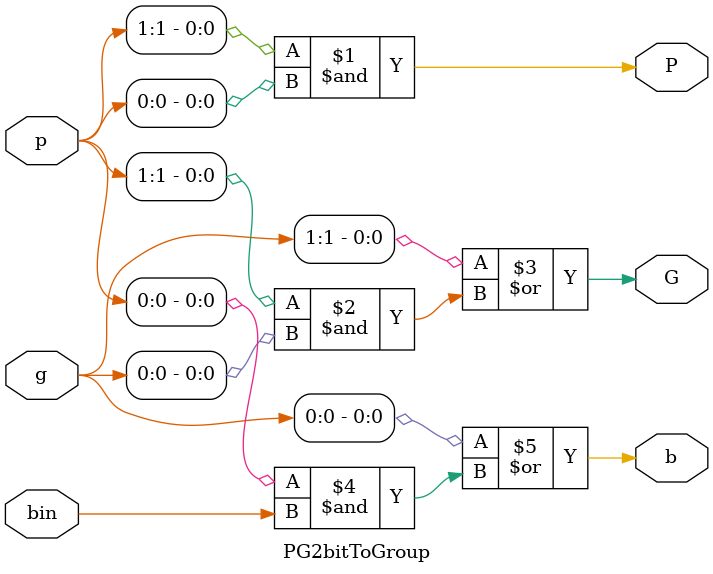
<source format=v>
module FS(x, y, bin, d, bout);
    
    input x, y, bin;
    output d, bout;

    assign d = x ^ y ^ bin;
    assign bout = (~x & y) | (~x & bin) | (y & bin);

endmodule


module PG2B (bin, p, g, bout);  // only use in produce cout
    
    input bin, p, g;
    output bout;

    assign bout = g | (p & bin);
    
endmodule


module FS4bitToPG(a, b, p, g);  // convert two inputs to generate and propagate
    
    input [3:0] a, b;
    output [3:0] p, g;

    assign p = ~a | b;
    assign g = ~a & b;

endmodule


module PG4bitToGroup(p, g, bin, P, G, b);  // Generate Group Propagate and Group Generate
    
    input [3:0] p, g;
    input bin;
    output P, G;
    output [3:1] b;

    assign P = p[3] & p[2] & p[1] & p[0];
    assign G = g[3] | (p[3] & g[2]) | (p[3] & p[2] & g[1]) | (p[3] & p[2] & p[1] & g[0]);
    assign b[1] = g[0] | (p[0] & bin);
    assign b[2] = g[1] | (p[1] & g[0]) | (p[1] & p[0] & bin);
    assign b[3] = g[2] | (p[2] & g[1]) | (p[2] & p[1] & g[0]) | (p[2] & p[1] & p[0] & bin);  

endmodule

module PG2bitToGroup(p, g, bin, P, G, b);  // Generate Group Propagate and Group Generate
    
    input [1:0] p, g;
    input bin;
    output P, G;
    output b;

    assign P = p[1] & p[0];
    assign G = g[1] | (p[1] & g[0]);
    assign b = g[0] | (p[0] & bin);

endmodule
</source>
